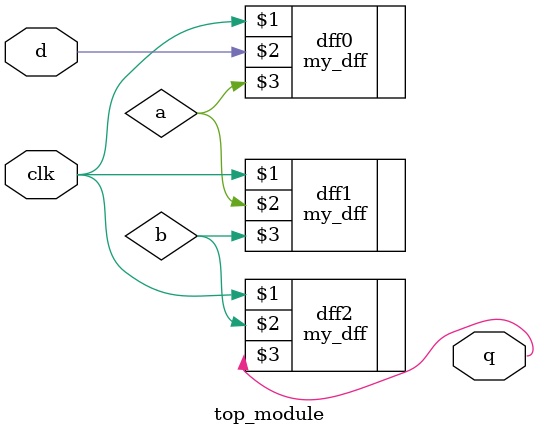
<source format=v>
module top_module ( input clk, input d, output q );
    wire a,b;
    my_dff dff0(clk,d,a);
    my_dff dff1(clk,a,b);
    my_dff dff2(clk,b,q);
endmodule

</source>
